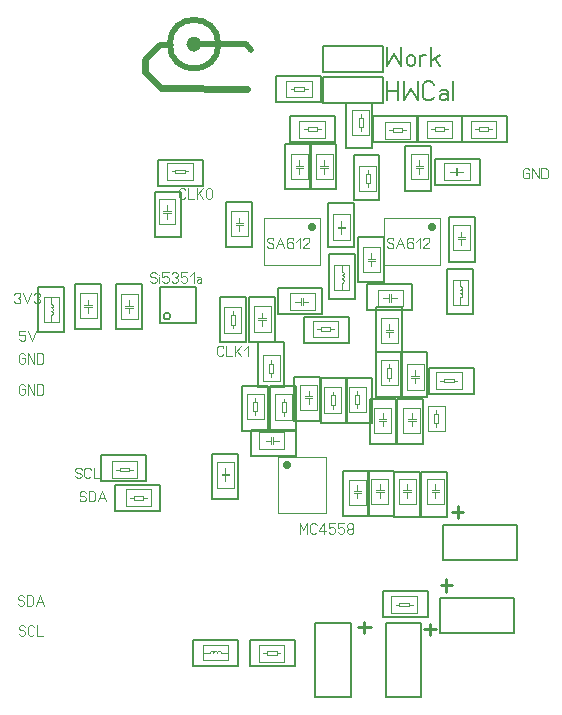
<source format=gbr>
%FSLAX34Y34*%
%MOMM*%
%LNCOPPER_BOTTOM*%
G71*
G01*
%ADD10C, 0.15*%
%ADD11C, 0.13*%
%ADD12C, 0.11*%
%ADD13C, 0.00*%
%ADD14C, 0.10*%
%ADD15C, 0.70*%
%ADD16C, 0.50*%
%ADD17C, 0.60*%
%ADD18C, 0.20*%
%ADD19C, 0.22*%
%LPD*%
G54D10*
X161281Y-243881D02*
X191281Y-243881D01*
X191281Y-273881D01*
X161281Y-273881D01*
X161281Y-243881D01*
G54D11*
G75*
G01X169731Y-268381D02*
G03X169731Y-268381I-2950J0D01*
G01*
G54D12*
X89123Y-403893D02*
X89790Y-405004D01*
X91123Y-405560D01*
X92456Y-405560D01*
X93790Y-405004D01*
X94456Y-403893D01*
X94456Y-402782D01*
X93790Y-401671D01*
X92456Y-401115D01*
X91123Y-401115D01*
X89790Y-400560D01*
X89123Y-399449D01*
X89123Y-398338D01*
X89790Y-397226D01*
X91123Y-396671D01*
X92456Y-396671D01*
X93790Y-397226D01*
X94456Y-398338D01*
G54D12*
X102233Y-403893D02*
X101567Y-405004D01*
X100233Y-405560D01*
X98900Y-405560D01*
X97567Y-405004D01*
X96900Y-403893D01*
X96900Y-398338D01*
X97567Y-397226D01*
X98900Y-396671D01*
X100233Y-396671D01*
X101567Y-397226D01*
X102233Y-398338D01*
G54D12*
X104677Y-396671D02*
X104677Y-405560D01*
X109344Y-405560D01*
G54D12*
X92869Y-423658D02*
X93535Y-424769D01*
X94869Y-425325D01*
X96202Y-425325D01*
X97535Y-424769D01*
X98202Y-423658D01*
X98202Y-422547D01*
X97535Y-421436D01*
X96202Y-420881D01*
X94869Y-420881D01*
X93535Y-420325D01*
X92869Y-419214D01*
X92869Y-418103D01*
X93535Y-416992D01*
X94869Y-416436D01*
X96202Y-416436D01*
X97535Y-416992D01*
X98202Y-418103D01*
G54D12*
X100646Y-425325D02*
X100646Y-416436D01*
X103979Y-416436D01*
X105312Y-416992D01*
X105979Y-418103D01*
X105979Y-423658D01*
X105312Y-424769D01*
X103979Y-425325D01*
X100646Y-425325D01*
G54D12*
X108423Y-425325D02*
X111756Y-416436D01*
X115089Y-425325D01*
G54D12*
X109756Y-421992D02*
X113756Y-421992D01*
G54D12*
X182340Y-167277D02*
X181673Y-168388D01*
X180340Y-168944D01*
X179006Y-168944D01*
X177673Y-168388D01*
X177006Y-167277D01*
X177006Y-161722D01*
X177673Y-160610D01*
X179006Y-160055D01*
X180340Y-160055D01*
X181673Y-160610D01*
X182340Y-161722D01*
G54D12*
X184783Y-160055D02*
X184783Y-168944D01*
X189450Y-168944D01*
G54D12*
X191894Y-168944D02*
X191894Y-160055D01*
G54D12*
X191894Y-166166D02*
X197228Y-160055D01*
G54D12*
X193894Y-164499D02*
X197228Y-168944D01*
G54D12*
X205005Y-161722D02*
X205005Y-167277D01*
X204338Y-168388D01*
X203005Y-168944D01*
X201671Y-168944D01*
X200338Y-168388D01*
X199671Y-167277D01*
X199671Y-161722D01*
X200338Y-160610D01*
X201671Y-160055D01*
X203005Y-160055D01*
X204338Y-160610D01*
X205005Y-161722D01*
G54D12*
X214486Y-300627D02*
X213820Y-301738D01*
X212486Y-302294D01*
X211153Y-302294D01*
X209820Y-301738D01*
X209153Y-300627D01*
X209153Y-295072D01*
X209820Y-293960D01*
X211153Y-293405D01*
X212486Y-293405D01*
X213820Y-293960D01*
X214486Y-295072D01*
G54D12*
X216930Y-293405D02*
X216930Y-302294D01*
X221597Y-302294D01*
G54D12*
X224041Y-302294D02*
X224041Y-293405D01*
G54D12*
X224041Y-299516D02*
X229374Y-293405D01*
G54D12*
X226041Y-297849D02*
X229374Y-302294D01*
G54D12*
X231818Y-296738D02*
X235151Y-293405D01*
X235151Y-302294D01*
G54D13*
X120250Y-405538D02*
X120250Y-391238D01*
X141650Y-391238D01*
X141650Y-405538D01*
X120250Y-405538D01*
G54D13*
X123850Y-398338D02*
X127050Y-398338D01*
X127050Y-396738D01*
X134950Y-396738D01*
X134950Y-399938D01*
X127050Y-399938D01*
X127050Y-398338D01*
G54D13*
X134950Y-398338D02*
X138150Y-398338D01*
G54D13*
X132156Y-429350D02*
X132156Y-415050D01*
X153556Y-415050D01*
X153556Y-429350D01*
X132156Y-429350D01*
G54D13*
X135756Y-422150D02*
X138956Y-422150D01*
X138956Y-420550D01*
X146856Y-420550D01*
X146856Y-423750D01*
X138956Y-423750D01*
X138956Y-422150D01*
G54D13*
X146856Y-422150D02*
X150056Y-422150D01*
G54D12*
X152673Y-238270D02*
X153340Y-239381D01*
X154673Y-239937D01*
X156006Y-239937D01*
X157340Y-239381D01*
X158006Y-238270D01*
X158006Y-237159D01*
X157340Y-236048D01*
X156006Y-235492D01*
X154673Y-235492D01*
X153340Y-234937D01*
X152673Y-233826D01*
X152673Y-232715D01*
X153340Y-231604D01*
X154673Y-231048D01*
X156006Y-231048D01*
X157340Y-231604D01*
X158006Y-232715D01*
G54D12*
X160450Y-239937D02*
X160450Y-234937D01*
G54D12*
X160450Y-233270D02*
X160450Y-233270D01*
G54D12*
X168227Y-231048D02*
X162894Y-231048D01*
X162894Y-234937D01*
X163561Y-234937D01*
X164894Y-234381D01*
X166227Y-234381D01*
X167561Y-234937D01*
X168227Y-236048D01*
X168227Y-238270D01*
X167561Y-239381D01*
X166227Y-239937D01*
X164894Y-239937D01*
X163561Y-239381D01*
X162894Y-238270D01*
G54D12*
X170671Y-232715D02*
X171338Y-231604D01*
X172671Y-231048D01*
X174004Y-231048D01*
X175338Y-231604D01*
X176004Y-232715D01*
X176004Y-233826D01*
X175338Y-234937D01*
X174004Y-235492D01*
X175338Y-236048D01*
X176004Y-237159D01*
X176004Y-238270D01*
X175338Y-239381D01*
X174004Y-239937D01*
X172671Y-239937D01*
X171338Y-239381D01*
X170671Y-238270D01*
G54D12*
X183781Y-231048D02*
X178448Y-231048D01*
X178448Y-234937D01*
X179115Y-234937D01*
X180448Y-234381D01*
X181781Y-234381D01*
X183115Y-234937D01*
X183781Y-236048D01*
X183781Y-238270D01*
X183115Y-239381D01*
X181781Y-239937D01*
X180448Y-239937D01*
X179115Y-239381D01*
X178448Y-238270D01*
G54D12*
X186225Y-234381D02*
X189558Y-231048D01*
X189558Y-239937D01*
G54D12*
X192002Y-235492D02*
X193335Y-234937D01*
X194935Y-234937D01*
X196002Y-236048D01*
X196002Y-239937D01*
G54D12*
X196002Y-238270D02*
X195335Y-237159D01*
X194002Y-236937D01*
X192669Y-237159D01*
X192002Y-238270D01*
X192269Y-239381D01*
X193335Y-239937D01*
X194002Y-239937D01*
X194269Y-239937D01*
X195335Y-239381D01*
X196002Y-238270D01*
G54D14*
X296035Y-185527D02*
X296035Y-225527D01*
X248535Y-225527D01*
X248535Y-185527D01*
X296035Y-185527D01*
X289435Y-193227D02*
G54D15*
D03*
G54D14*
X397635Y-185527D02*
X397635Y-225527D01*
X350135Y-225527D01*
X350135Y-185527D01*
X397635Y-185527D01*
X391035Y-193227D02*
G54D15*
D03*
G54D12*
X251619Y-209346D02*
X252285Y-210457D01*
X253619Y-211012D01*
X254952Y-211012D01*
X256285Y-210457D01*
X256952Y-209346D01*
X256952Y-208235D01*
X256285Y-207124D01*
X254952Y-206568D01*
X253619Y-206568D01*
X252285Y-206012D01*
X251619Y-204901D01*
X251619Y-203790D01*
X252285Y-202679D01*
X253619Y-202124D01*
X254952Y-202124D01*
X256285Y-202679D01*
X256952Y-203790D01*
G54D12*
X259396Y-211012D02*
X262729Y-202124D01*
X266062Y-211012D01*
G54D12*
X260729Y-207679D02*
X264729Y-207679D01*
G54D12*
X273840Y-203790D02*
X273173Y-202679D01*
X271840Y-202124D01*
X270507Y-202124D01*
X269173Y-202679D01*
X268507Y-203790D01*
X268507Y-206568D01*
X268507Y-207124D01*
X270507Y-206012D01*
X271840Y-206012D01*
X273173Y-206568D01*
X273840Y-207679D01*
X273840Y-209346D01*
X273173Y-210457D01*
X271840Y-211012D01*
X270507Y-211012D01*
X269173Y-210457D01*
X268507Y-209346D01*
X268507Y-206568D01*
G54D12*
X276284Y-205457D02*
X279617Y-202124D01*
X279617Y-211012D01*
G54D12*
X287394Y-211012D02*
X282061Y-211012D01*
X282061Y-210457D01*
X282727Y-209346D01*
X286727Y-206012D01*
X287394Y-204901D01*
X287394Y-203790D01*
X286727Y-202679D01*
X285394Y-202124D01*
X284061Y-202124D01*
X282727Y-202679D01*
X282061Y-203790D01*
G54D12*
X353219Y-209346D02*
X353885Y-210457D01*
X355219Y-211012D01*
X356552Y-211012D01*
X357885Y-210457D01*
X358552Y-209346D01*
X358552Y-208235D01*
X357885Y-207124D01*
X356552Y-206568D01*
X355219Y-206568D01*
X353885Y-206012D01*
X353219Y-204901D01*
X353219Y-203790D01*
X353885Y-202679D01*
X355219Y-202124D01*
X356552Y-202124D01*
X357885Y-202679D01*
X358552Y-203790D01*
G54D12*
X360996Y-211012D02*
X364329Y-202124D01*
X367662Y-211012D01*
G54D12*
X362329Y-207679D02*
X366329Y-207679D01*
G54D12*
X375440Y-203790D02*
X374773Y-202679D01*
X373440Y-202124D01*
X372107Y-202124D01*
X370773Y-202679D01*
X370107Y-203790D01*
X370107Y-206568D01*
X370107Y-207124D01*
X372107Y-206012D01*
X373440Y-206012D01*
X374773Y-206568D01*
X375440Y-207679D01*
X375440Y-209346D01*
X374773Y-210457D01*
X373440Y-211012D01*
X372107Y-211012D01*
X370773Y-210457D01*
X370107Y-209346D01*
X370107Y-206568D01*
G54D12*
X377884Y-205457D02*
X381217Y-202124D01*
X381217Y-211012D01*
G54D12*
X388994Y-211012D02*
X383661Y-211012D01*
X383661Y-210457D01*
X384327Y-209346D01*
X388327Y-206012D01*
X388994Y-204901D01*
X388994Y-203790D01*
X388327Y-202679D01*
X386994Y-202124D01*
X385661Y-202124D01*
X384327Y-202679D01*
X383661Y-203790D01*
G54D13*
X215282Y-260884D02*
X229582Y-260884D01*
X229582Y-282284D01*
X215282Y-282284D01*
X215282Y-260884D01*
G54D13*
X222482Y-264484D02*
X222482Y-267684D01*
X224082Y-267684D01*
X224082Y-275584D01*
X220882Y-275584D01*
X220882Y-267684D01*
X222482Y-267684D01*
G54D13*
X222482Y-275584D02*
X222482Y-278784D01*
G54D13*
X290509Y-286475D02*
X290509Y-272175D01*
X311909Y-272175D01*
X311909Y-286475D01*
X290509Y-286475D01*
G54D13*
X294109Y-279275D02*
X297309Y-279275D01*
X297309Y-277675D01*
X305209Y-277675D01*
X305209Y-280875D01*
X297309Y-280875D01*
X297309Y-279275D01*
G54D13*
X305209Y-279275D02*
X308409Y-279275D01*
G54D13*
X271623Y-131071D02*
X285923Y-131071D01*
X285923Y-152471D01*
X271623Y-152471D01*
X271623Y-131071D01*
G54D13*
X278823Y-136571D02*
X278823Y-141371D01*
X281923Y-141371D01*
X275623Y-141371D01*
G54D13*
X281923Y-142971D02*
X275623Y-142971D01*
G54D13*
X278823Y-142971D02*
X278823Y-146971D01*
X278823Y-147771D01*
G54D13*
X292657Y-131071D02*
X306957Y-131071D01*
X306957Y-152471D01*
X292657Y-152471D01*
X292657Y-131071D01*
G54D13*
X299857Y-136571D02*
X299857Y-141371D01*
X302957Y-141371D01*
X296657Y-141371D01*
G54D13*
X302957Y-142971D02*
X296657Y-142971D01*
G54D13*
X299857Y-142971D02*
X299857Y-146971D01*
X299857Y-147771D01*
G54D13*
X373223Y-131071D02*
X387523Y-131071D01*
X387523Y-152471D01*
X373223Y-152471D01*
X373223Y-131071D01*
G54D13*
X380423Y-136571D02*
X380423Y-141371D01*
X383523Y-141371D01*
X377223Y-141371D01*
G54D13*
X383523Y-142971D02*
X377223Y-142971D01*
G54D13*
X380423Y-142971D02*
X380423Y-146971D01*
X380423Y-147771D01*
G54D13*
X423023Y-138789D02*
X423023Y-153089D01*
X401623Y-153089D01*
X401623Y-138789D01*
X423023Y-138789D01*
G54D13*
X417523Y-145989D02*
X412723Y-145989D01*
X412723Y-149089D01*
X412723Y-142789D01*
G54D13*
X411123Y-149089D02*
X411123Y-142789D01*
G54D13*
X411123Y-145989D02*
X407123Y-145989D01*
X406323Y-145989D01*
G54D13*
X307341Y-182268D02*
X321641Y-182268D01*
X321641Y-203668D01*
X307341Y-203668D01*
X307341Y-182268D01*
G54D13*
X314541Y-187768D02*
X314541Y-192568D01*
X317641Y-192568D01*
X311341Y-192568D01*
G54D13*
X317641Y-194168D02*
X311341Y-194168D01*
G54D13*
X314541Y-194168D02*
X314541Y-198168D01*
X314541Y-198968D01*
G54D13*
X408941Y-191396D02*
X423241Y-191396D01*
X423241Y-212796D01*
X408941Y-212796D01*
X408941Y-191396D01*
G54D13*
X416141Y-196896D02*
X416141Y-201696D01*
X419241Y-201696D01*
X412941Y-201696D01*
G54D13*
X419241Y-203296D02*
X412941Y-203296D01*
G54D13*
X416141Y-203296D02*
X416141Y-207296D01*
X416141Y-208096D01*
G54D13*
X321300Y-246318D02*
X321300Y-225218D01*
X308400Y-225218D01*
X308400Y-246318D01*
X321300Y-246318D01*
G54D13*
X314700Y-246318D02*
X314700Y-240018D01*
G54D13*
X314700Y-230518D02*
X314700Y-225118D01*
G54D13*
X314600Y-240018D02*
X315500Y-240018D01*
X315900Y-239618D01*
X315900Y-239518D01*
X316400Y-239018D01*
X316400Y-238618D01*
X316400Y-238118D01*
X316100Y-237818D01*
X316100Y-237518D01*
X315700Y-237118D01*
X315500Y-237118D01*
X315100Y-236718D01*
X314700Y-236718D01*
X314600Y-236618D01*
X315100Y-236618D01*
X315300Y-236418D01*
X315700Y-236418D01*
X316000Y-236118D01*
X316000Y-235918D01*
X316300Y-235618D01*
X316300Y-235318D01*
X316300Y-234818D01*
X315900Y-234418D01*
X315900Y-234318D01*
X315500Y-233918D01*
X315300Y-233918D01*
X315000Y-233618D01*
X314700Y-233618D01*
X315300Y-233618D01*
X315600Y-233318D01*
X315700Y-233318D01*
X315900Y-233118D01*
X316100Y-232918D01*
X316100Y-232818D01*
X316100Y-232618D01*
X316300Y-232418D01*
X316300Y-231918D01*
X316300Y-231818D01*
X315900Y-231418D01*
X315500Y-231018D01*
X315400Y-231018D01*
X315100Y-230718D01*
X314700Y-230718D01*
X314700Y-230418D01*
G54D13*
X421709Y-258621D02*
X421709Y-237521D01*
X408809Y-237521D01*
X408809Y-258621D01*
X421709Y-258621D01*
G54D13*
X415109Y-258621D02*
X415109Y-252321D01*
G54D13*
X415109Y-242821D02*
X415109Y-237421D01*
G54D13*
X415009Y-252321D02*
X415909Y-252321D01*
X416309Y-251921D01*
X416309Y-251821D01*
X416809Y-251321D01*
X416809Y-250921D01*
X416809Y-250421D01*
X416509Y-250121D01*
X416509Y-249821D01*
X416109Y-249421D01*
X415909Y-249421D01*
X415509Y-249021D01*
X415109Y-249021D01*
X415009Y-248921D01*
X415509Y-248921D01*
X415709Y-248721D01*
X416109Y-248721D01*
X416409Y-248421D01*
X416409Y-248221D01*
X416709Y-247921D01*
X416709Y-247621D01*
X416709Y-247121D01*
X416309Y-246721D01*
X416309Y-246621D01*
X415909Y-246221D01*
X415709Y-246221D01*
X415409Y-245921D01*
X415109Y-245921D01*
X415709Y-245921D01*
X416009Y-245621D01*
X416109Y-245621D01*
X416309Y-245421D01*
X416509Y-245221D01*
X416509Y-245121D01*
X416509Y-244921D01*
X416709Y-244721D01*
X416709Y-244221D01*
X416709Y-244121D01*
X416309Y-243721D01*
X415909Y-243321D01*
X415809Y-243321D01*
X415509Y-243021D01*
X415109Y-243021D01*
X415109Y-242721D01*
G54D13*
X279000Y-117406D02*
X279000Y-103106D01*
X300400Y-103106D01*
X300400Y-117406D01*
X279000Y-117406D01*
G54D13*
X282600Y-110206D02*
X285800Y-110206D01*
X285800Y-108606D01*
X293700Y-108606D01*
X293700Y-111806D01*
X285800Y-111806D01*
X285800Y-110206D01*
G54D13*
X293700Y-110206D02*
X296900Y-110206D01*
G54D13*
X386950Y-117406D02*
X386950Y-103106D01*
X408350Y-103106D01*
X408350Y-117406D01*
X386950Y-117406D01*
G54D13*
X390550Y-110206D02*
X393750Y-110206D01*
X393750Y-108606D01*
X401650Y-108606D01*
X401650Y-111806D01*
X393750Y-111806D01*
X393750Y-110206D01*
G54D13*
X401650Y-110206D02*
X404850Y-110206D01*
G54D13*
X220823Y-179490D02*
X235123Y-179490D01*
X235123Y-200890D01*
X220823Y-200890D01*
X220823Y-179490D01*
G54D13*
X228023Y-184990D02*
X228023Y-189790D01*
X231123Y-189790D01*
X224823Y-189790D01*
G54D13*
X231123Y-191390D02*
X224823Y-191390D01*
G54D13*
X228023Y-191390D02*
X228023Y-195390D01*
X228023Y-196190D01*
G54D13*
X332741Y-209652D02*
X347041Y-209652D01*
X347041Y-231052D01*
X332741Y-231052D01*
X332741Y-209652D01*
G54D13*
X339941Y-215152D02*
X339941Y-219952D01*
X343041Y-219952D01*
X336741Y-219952D01*
G54D13*
X343041Y-221552D02*
X336741Y-221552D01*
G54D13*
X339941Y-221552D02*
X339941Y-225552D01*
X339941Y-226352D01*
G54D13*
X240270Y-260055D02*
X254570Y-260055D01*
X254570Y-281455D01*
X240270Y-281455D01*
X240270Y-260055D01*
G54D13*
X247470Y-265555D02*
X247470Y-270355D01*
X250570Y-270355D01*
X244270Y-270355D01*
G54D13*
X250570Y-271955D02*
X244270Y-271955D01*
G54D13*
X247470Y-271955D02*
X247470Y-275955D01*
X247470Y-276755D01*
G54D13*
X347823Y-269580D02*
X362123Y-269580D01*
X362123Y-290980D01*
X347823Y-290980D01*
X347823Y-269580D01*
G54D13*
X355023Y-275080D02*
X355023Y-279880D01*
X358123Y-279880D01*
X351823Y-279880D01*
G54D13*
X358123Y-281480D02*
X351823Y-281480D01*
G54D13*
X355023Y-281480D02*
X355023Y-285480D01*
X355023Y-286280D01*
G54D13*
X292089Y-249107D02*
X292089Y-263407D01*
X270689Y-263407D01*
X270689Y-249107D01*
X292089Y-249107D01*
G54D13*
X286589Y-256306D02*
X281789Y-256307D01*
X281789Y-259407D01*
X281789Y-253107D01*
G54D13*
X280189Y-259407D02*
X280189Y-253107D01*
G54D13*
X280189Y-256307D02*
X276189Y-256307D01*
X275389Y-256307D01*
G54D13*
X366702Y-245932D02*
X366702Y-260232D01*
X345302Y-260232D01*
X345302Y-245932D01*
X366702Y-245932D01*
G54D13*
X361202Y-253132D02*
X356402Y-253132D01*
X356402Y-256232D01*
X356402Y-249932D01*
G54D13*
X354802Y-256232D02*
X354802Y-249932D01*
G54D13*
X354802Y-253132D02*
X350802Y-253132D01*
X350002Y-253132D01*
G54D13*
X167081Y-153125D02*
X167081Y-138825D01*
X188481Y-138825D01*
X188481Y-153125D01*
X167081Y-153125D01*
G54D13*
X170681Y-145925D02*
X173881Y-145925D01*
X173881Y-144325D01*
X181781Y-144325D01*
X181781Y-147525D01*
X173881Y-147525D01*
X173881Y-145925D01*
G54D13*
X181781Y-145925D02*
X184981Y-145925D01*
G54D13*
X159704Y-169171D02*
X174004Y-169171D01*
X174004Y-190571D01*
X159704Y-190571D01*
X159704Y-169171D01*
G54D13*
X166904Y-174671D02*
X166904Y-179471D01*
X170004Y-179471D01*
X163704Y-179471D01*
G54D13*
X170004Y-181071D02*
X163704Y-181071D01*
G54D13*
X166904Y-181071D02*
X166904Y-185071D01*
X166904Y-185871D01*
G54D13*
X323670Y-93764D02*
X337970Y-93764D01*
X337970Y-115164D01*
X323670Y-115164D01*
X323670Y-93764D01*
G54D13*
X330870Y-97364D02*
X330870Y-100564D01*
X332470Y-100564D01*
X332470Y-108464D01*
X329270Y-108464D01*
X329270Y-100564D01*
X330870Y-100564D01*
G54D13*
X330870Y-108464D02*
X330870Y-111664D01*
G54D13*
X351231Y-118200D02*
X351231Y-103900D01*
X372631Y-103900D01*
X372631Y-118200D01*
X351231Y-118200D01*
G54D13*
X354831Y-111000D02*
X358031Y-111000D01*
X358031Y-109400D01*
X365931Y-109400D01*
X365931Y-112600D01*
X358031Y-112600D01*
X358031Y-111000D01*
G54D13*
X365931Y-111000D02*
X369131Y-111000D01*
G54D13*
X424256Y-117406D02*
X424256Y-103106D01*
X445656Y-103106D01*
X445656Y-117406D01*
X424256Y-117406D01*
G54D13*
X427856Y-110206D02*
X431056Y-110206D01*
X431056Y-108606D01*
X438956Y-108606D01*
X438956Y-111806D01*
X431056Y-111806D01*
X431056Y-110206D01*
G54D13*
X438956Y-110206D02*
X442156Y-110206D01*
G54D13*
X329566Y-141390D02*
X343866Y-141390D01*
X343866Y-162790D01*
X329566Y-162790D01*
X329566Y-141390D01*
G54D13*
X336766Y-144990D02*
X336766Y-148190D01*
X338366Y-148190D01*
X338366Y-156090D01*
X335166Y-156090D01*
X335166Y-148190D01*
X336766Y-148190D01*
G54D13*
X336766Y-156090D02*
X336766Y-159290D01*
G54D14*
X261087Y-387981D02*
X301088Y-387981D01*
X301087Y-435481D01*
X261087Y-435481D01*
X261087Y-387981D01*
X268787Y-394581D02*
G54D15*
D03*
G54D13*
X247811Y-301728D02*
X262111Y-301728D01*
X262111Y-323128D01*
X247811Y-323128D01*
X247811Y-301728D01*
G54D13*
X255011Y-305328D02*
X255011Y-308528D01*
X256611Y-308528D01*
X256611Y-316428D01*
X253411Y-316428D01*
X253411Y-308528D01*
X255011Y-308528D01*
G54D13*
X255011Y-316428D02*
X255011Y-319628D01*
G54D13*
X347823Y-305696D02*
X362123Y-305696D01*
X362123Y-327096D01*
X347823Y-327096D01*
X347823Y-305696D01*
G54D13*
X355023Y-309296D02*
X355023Y-312496D01*
X356623Y-312496D01*
X356623Y-320396D01*
X353423Y-320396D01*
X353423Y-312496D01*
X355023Y-312496D01*
G54D13*
X355023Y-320396D02*
X355023Y-323596D01*
G54D13*
X416277Y-315796D02*
X416277Y-330096D01*
X394877Y-330096D01*
X394877Y-315796D01*
X416277Y-315796D01*
G54D13*
X412677Y-322996D02*
X409477Y-322996D01*
X409477Y-324596D01*
X401577Y-324596D01*
X401577Y-321396D01*
X409477Y-321396D01*
X409477Y-322996D01*
G54D13*
X401577Y-322996D02*
X398377Y-322996D01*
G54D13*
X387511Y-344590D02*
X401811Y-344590D01*
X401811Y-365990D01*
X387511Y-365990D01*
X387511Y-344590D01*
G54D13*
X394711Y-348190D02*
X394711Y-351390D01*
X396311Y-351390D01*
X396311Y-359290D01*
X393111Y-359290D01*
X393111Y-351390D01*
X394711Y-351390D01*
G54D13*
X394711Y-359290D02*
X394711Y-362490D01*
G54D13*
X381222Y-367204D02*
X366922Y-367204D01*
X366922Y-345804D01*
X381222Y-345804D01*
X381222Y-367204D01*
G54D13*
X374022Y-361704D02*
X374022Y-356904D01*
X370922Y-356904D01*
X377222Y-356904D01*
G54D13*
X370922Y-355304D02*
X377222Y-355304D01*
G54D13*
X374022Y-355304D02*
X374022Y-351304D01*
X374022Y-350504D01*
G54D13*
X356616Y-367204D02*
X342316Y-367204D01*
X342316Y-345804D01*
X356616Y-345804D01*
X356616Y-367204D01*
G54D13*
X349416Y-361704D02*
X349416Y-356904D01*
X346316Y-356904D01*
X352616Y-356904D01*
G54D13*
X346316Y-355304D02*
X352616Y-355304D01*
G54D13*
X349416Y-355304D02*
X349416Y-351304D01*
X349416Y-350504D01*
G54D13*
X377254Y-427529D02*
X362954Y-427529D01*
X362954Y-406129D01*
X377254Y-406129D01*
X377254Y-427529D01*
G54D13*
X370054Y-422029D02*
X370054Y-417229D01*
X366954Y-417229D01*
X373254Y-417229D01*
G54D13*
X366954Y-415629D02*
X373254Y-415629D01*
G54D13*
X370054Y-415629D02*
X370054Y-411629D01*
X370054Y-410829D01*
G54D13*
X401066Y-427529D02*
X386766Y-427529D01*
X386766Y-406129D01*
X401066Y-406129D01*
X401066Y-427529D01*
G54D13*
X393866Y-422029D02*
X393866Y-417229D01*
X390766Y-417229D01*
X397066Y-417229D01*
G54D13*
X390766Y-415629D02*
X397066Y-415629D01*
G54D13*
X393866Y-415629D02*
X393866Y-411629D01*
X393866Y-410829D01*
G54D13*
X223266Y-413638D02*
X208966Y-413638D01*
X208966Y-392238D01*
X223266Y-392238D01*
X223266Y-413638D01*
G54D13*
X216066Y-408138D02*
X216066Y-403338D01*
X212966Y-403338D01*
X219266Y-403338D01*
G54D13*
X212966Y-401738D02*
X219266Y-401738D01*
G54D13*
X216066Y-401738D02*
X216066Y-397738D01*
X216066Y-396938D01*
G54D13*
X354235Y-427529D02*
X339935Y-427529D01*
X339935Y-406129D01*
X354235Y-406129D01*
X354235Y-427529D01*
G54D13*
X347035Y-422029D02*
X347035Y-417229D01*
X343935Y-417229D01*
X350235Y-417229D01*
G54D13*
X343935Y-415629D02*
X350235Y-415629D01*
G54D13*
X347035Y-415629D02*
X347035Y-411629D01*
X347035Y-410829D01*
G54D12*
X279003Y-452710D02*
X279003Y-443821D01*
X282336Y-449376D01*
X285670Y-443821D01*
X285670Y-452710D01*
G54D12*
X293447Y-451043D02*
X292781Y-452154D01*
X291447Y-452710D01*
X290114Y-452710D01*
X288781Y-452154D01*
X288114Y-451043D01*
X288114Y-445487D01*
X288781Y-444376D01*
X290114Y-443821D01*
X291447Y-443821D01*
X292781Y-444376D01*
X293447Y-445487D01*
G54D12*
X299891Y-452710D02*
X299891Y-443821D01*
X295891Y-449376D01*
X295891Y-450487D01*
X301224Y-450487D01*
G54D12*
X309001Y-443821D02*
X303668Y-443821D01*
X303668Y-447710D01*
X304335Y-447710D01*
X305668Y-447154D01*
X307001Y-447154D01*
X308335Y-447710D01*
X309001Y-448821D01*
X309001Y-451043D01*
X308335Y-452154D01*
X307001Y-452710D01*
X305668Y-452710D01*
X304335Y-452154D01*
X303668Y-451043D01*
G54D12*
X316778Y-443821D02*
X311445Y-443821D01*
X311445Y-447710D01*
X312112Y-447710D01*
X313445Y-447154D01*
X314778Y-447154D01*
X316112Y-447710D01*
X316778Y-448821D01*
X316778Y-451043D01*
X316112Y-452154D01*
X314778Y-452710D01*
X313445Y-452710D01*
X312112Y-452154D01*
X311445Y-451043D01*
G54D12*
X322555Y-448265D02*
X321222Y-448265D01*
X319889Y-447710D01*
X319222Y-446598D01*
X319222Y-445487D01*
X319889Y-444376D01*
X321222Y-443821D01*
X322555Y-443821D01*
X323889Y-444376D01*
X324555Y-445487D01*
X324555Y-446598D01*
X323889Y-447710D01*
X322555Y-448265D01*
X323889Y-448821D01*
X324555Y-449932D01*
X324555Y-451043D01*
X323889Y-452154D01*
X322555Y-452710D01*
X321222Y-452710D01*
X319889Y-452154D01*
X319222Y-451043D01*
X319222Y-449932D01*
X319889Y-448821D01*
X321222Y-448265D01*
G54D12*
X41275Y-537165D02*
X41942Y-538276D01*
X43275Y-538831D01*
X44608Y-538831D01*
X45942Y-538276D01*
X46608Y-537165D01*
X46608Y-536054D01*
X45942Y-534942D01*
X44608Y-534387D01*
X43275Y-534387D01*
X41942Y-533831D01*
X41275Y-532720D01*
X41275Y-531609D01*
X41942Y-530498D01*
X43275Y-529942D01*
X44608Y-529942D01*
X45942Y-530498D01*
X46608Y-531609D01*
G54D12*
X54385Y-537165D02*
X53719Y-538276D01*
X52385Y-538831D01*
X51052Y-538831D01*
X49719Y-538276D01*
X49052Y-537165D01*
X49052Y-531609D01*
X49719Y-530498D01*
X51052Y-529942D01*
X52385Y-529942D01*
X53719Y-530498D01*
X54385Y-531609D01*
G54D12*
X56829Y-529942D02*
X56829Y-538831D01*
X61496Y-538831D01*
G54D12*
X40481Y-511764D02*
X41148Y-512876D01*
X42481Y-513431D01*
X43815Y-513431D01*
X45148Y-512876D01*
X45815Y-511764D01*
X45815Y-510654D01*
X45148Y-509542D01*
X43815Y-508987D01*
X42481Y-508987D01*
X41148Y-508431D01*
X40481Y-507320D01*
X40481Y-506209D01*
X41148Y-505098D01*
X42481Y-504542D01*
X43815Y-504542D01*
X45148Y-505098D01*
X45815Y-506209D01*
G54D12*
X48258Y-513431D02*
X48258Y-504542D01*
X51592Y-504542D01*
X52925Y-505098D01*
X53592Y-506209D01*
X53592Y-511764D01*
X52925Y-512876D01*
X51592Y-513431D01*
X48258Y-513431D01*
G54D12*
X56035Y-513431D02*
X59369Y-504542D01*
X62702Y-513431D01*
G54D12*
X57369Y-510098D02*
X61369Y-510098D01*
G54D12*
X470979Y-147434D02*
X473646Y-147434D01*
X473646Y-150211D01*
X472979Y-151323D01*
X471646Y-151878D01*
X470312Y-151878D01*
X468979Y-151323D01*
X468312Y-150211D01*
X468312Y-144656D01*
X468979Y-143545D01*
X470312Y-142989D01*
X471646Y-142989D01*
X472979Y-143545D01*
X473646Y-144656D01*
G54D12*
X476090Y-151878D02*
X476090Y-142989D01*
X481423Y-151878D01*
X481423Y-142989D01*
G54D12*
X483866Y-151878D02*
X483866Y-142989D01*
X487200Y-142989D01*
X488533Y-143545D01*
X489200Y-144656D01*
X489200Y-150211D01*
X488533Y-151323D01*
X487200Y-151878D01*
X483866Y-151878D01*
G54D12*
X43942Y-330393D02*
X46608Y-330393D01*
X46608Y-333171D01*
X45942Y-334282D01*
X44608Y-334838D01*
X43275Y-334838D01*
X41942Y-334282D01*
X41275Y-333171D01*
X41275Y-327615D01*
X41942Y-326504D01*
X43275Y-325949D01*
X44608Y-325949D01*
X45942Y-326504D01*
X46608Y-327615D01*
G54D12*
X49052Y-334838D02*
X49052Y-325949D01*
X54385Y-334838D01*
X54385Y-325949D01*
G54D12*
X56829Y-334838D02*
X56829Y-325949D01*
X60162Y-325949D01*
X61496Y-326504D01*
X62162Y-327615D01*
X62162Y-333171D01*
X61496Y-334282D01*
X60162Y-334838D01*
X56829Y-334838D01*
G54D12*
X43942Y-304199D02*
X46608Y-304199D01*
X46608Y-306977D01*
X45942Y-308088D01*
X44608Y-308644D01*
X43275Y-308644D01*
X41942Y-308088D01*
X41275Y-306977D01*
X41275Y-301422D01*
X41942Y-300310D01*
X43275Y-299755D01*
X44608Y-299755D01*
X45942Y-300310D01*
X46608Y-301422D01*
G54D12*
X49052Y-308644D02*
X49052Y-299755D01*
X54385Y-308644D01*
X54385Y-299755D01*
G54D12*
X56829Y-308644D02*
X56829Y-299755D01*
X60162Y-299755D01*
X61496Y-300310D01*
X62162Y-301422D01*
X62162Y-306977D01*
X61496Y-308088D01*
X60162Y-308644D01*
X56829Y-308644D01*
G54D12*
X47005Y-280705D02*
X41672Y-280705D01*
X41672Y-284594D01*
X42339Y-284594D01*
X43672Y-284038D01*
X45005Y-284038D01*
X46339Y-284594D01*
X47005Y-285705D01*
X47005Y-287927D01*
X46339Y-289038D01*
X45005Y-289594D01*
X43672Y-289594D01*
X42339Y-289038D01*
X41672Y-287927D01*
G54D12*
X49449Y-280705D02*
X52782Y-289594D01*
X56116Y-280705D01*
G54D12*
X37306Y-250225D02*
X37973Y-249114D01*
X39306Y-248558D01*
X40640Y-248558D01*
X41973Y-249114D01*
X42640Y-250225D01*
X42640Y-251336D01*
X41973Y-252447D01*
X40640Y-253002D01*
X41973Y-253558D01*
X42640Y-254669D01*
X42640Y-255780D01*
X41973Y-256891D01*
X40640Y-257447D01*
X39306Y-257447D01*
X37973Y-256891D01*
X37306Y-255780D01*
G54D12*
X45083Y-248558D02*
X48417Y-257447D01*
X51750Y-248558D01*
G54D12*
X54194Y-250225D02*
X54861Y-249114D01*
X56194Y-248558D01*
X57528Y-248558D01*
X58861Y-249114D01*
X59528Y-250225D01*
X59528Y-251336D01*
X58861Y-252447D01*
X57528Y-253002D01*
X58861Y-253558D01*
X59528Y-254669D01*
X59528Y-255780D01*
X58861Y-256891D01*
X57528Y-257447D01*
X56194Y-257447D01*
X54861Y-256891D01*
X54194Y-255780D01*
G54D13*
X75237Y-273703D02*
X75237Y-252603D01*
X62337Y-252603D01*
X62337Y-273703D01*
X75237Y-273703D01*
G54D13*
X68637Y-273703D02*
X68637Y-267403D01*
G54D13*
X68637Y-257903D02*
X68637Y-252503D01*
G54D13*
X68537Y-267403D02*
X69437Y-267403D01*
X69837Y-267003D01*
X69837Y-266903D01*
X70337Y-266403D01*
X70337Y-266003D01*
X70337Y-265503D01*
X70037Y-265203D01*
X70037Y-264903D01*
X69637Y-264503D01*
X69437Y-264503D01*
X69037Y-264103D01*
X68637Y-264103D01*
X68537Y-264003D01*
X69037Y-264003D01*
X69237Y-263803D01*
X69637Y-263803D01*
X69937Y-263503D01*
X69937Y-263303D01*
X70237Y-263003D01*
X70237Y-262703D01*
X70237Y-262203D01*
X69837Y-261803D01*
X69837Y-261703D01*
X69437Y-261303D01*
X69237Y-261303D01*
X68937Y-261003D01*
X68637Y-261003D01*
X69237Y-261003D01*
X69537Y-260703D01*
X69637Y-260703D01*
X69837Y-260503D01*
X70037Y-260303D01*
X70037Y-260203D01*
X70037Y-260003D01*
X70237Y-259803D01*
X70237Y-259303D01*
X70237Y-259203D01*
X69837Y-258803D01*
X69437Y-258403D01*
X69337Y-258403D01*
X69037Y-258103D01*
X68637Y-258103D01*
X68637Y-257803D01*
G54D16*
G75*
G01X210344Y-38100D02*
G03X210344Y-38100I-20638J0D01*
G01*
G54D16*
G75*
G01X193675Y-38100D02*
G03X193675Y-38100I-3969J0D01*
G01*
G54D16*
X189706Y-38100D02*
X233362Y-38100D01*
X238125Y-42862D01*
G54D16*
X169862Y-38894D02*
X161131Y-38894D01*
X148431Y-51594D01*
G54D13*
X244890Y-380982D02*
X244890Y-366682D01*
X266290Y-366682D01*
X266290Y-380982D01*
X244890Y-380982D01*
G54D13*
X250390Y-373782D02*
X255190Y-373782D01*
X255190Y-370682D01*
X255190Y-376982D01*
G54D13*
X256790Y-370682D02*
X256790Y-376982D01*
G54D13*
X256790Y-373782D02*
X260790Y-373782D01*
X261590Y-373782D01*
G54D13*
X234266Y-334292D02*
X248566Y-334292D01*
X248566Y-355692D01*
X234266Y-355692D01*
X234266Y-334292D01*
G54D13*
X241466Y-337892D02*
X241466Y-341092D01*
X243066Y-341092D01*
X243066Y-348992D01*
X239866Y-348992D01*
X239866Y-341092D01*
X241466Y-341092D01*
G54D13*
X241466Y-348992D02*
X241466Y-352192D01*
G54D13*
X258537Y-334688D02*
X272837Y-334688D01*
X272837Y-356088D01*
X258537Y-356088D01*
X258537Y-334688D01*
G54D13*
X265737Y-338288D02*
X265737Y-341488D01*
X267337Y-341488D01*
X267337Y-349388D01*
X264137Y-349388D01*
X264137Y-341488D01*
X265737Y-341488D01*
G54D13*
X265737Y-349388D02*
X265737Y-352588D01*
G54D13*
X293961Y-348134D02*
X279661Y-348134D01*
X279661Y-326734D01*
X293961Y-326734D01*
X293961Y-348134D01*
G54D13*
X286761Y-342634D02*
X286761Y-337834D01*
X283661Y-337834D01*
X289961Y-337834D01*
G54D13*
X283661Y-336234D02*
X289961Y-336234D01*
G54D13*
X286761Y-336234D02*
X286761Y-332234D01*
X286761Y-331434D01*
G54D13*
X335236Y-428302D02*
X320936Y-428302D01*
X320936Y-406902D01*
X335236Y-406902D01*
X335236Y-428302D01*
G54D13*
X328036Y-422802D02*
X328036Y-418002D01*
X324936Y-418002D01*
X331236Y-418002D01*
G54D13*
X324936Y-416402D02*
X331236Y-416403D01*
G54D13*
X328036Y-416402D02*
X328036Y-412402D01*
X328036Y-411602D01*
G54D13*
X300148Y-328735D02*
X314448Y-328735D01*
X314448Y-350135D01*
X300148Y-350135D01*
X300148Y-328735D01*
G54D13*
X307348Y-332335D02*
X307348Y-335535D01*
X308948Y-335535D01*
X308948Y-343435D01*
X305748Y-343435D01*
X305748Y-335535D01*
X307348Y-335535D01*
G54D13*
X307348Y-343435D02*
X307348Y-346635D01*
G54D13*
X320785Y-328338D02*
X335085Y-328338D01*
X335085Y-349738D01*
X320785Y-349738D01*
X320785Y-328338D01*
G54D13*
X327985Y-331938D02*
X327985Y-335138D01*
X329585Y-335138D01*
X329585Y-343038D01*
X326385Y-343038D01*
X326385Y-335138D01*
X327985Y-335138D01*
G54D13*
X327985Y-343038D02*
X327985Y-346238D01*
G54D13*
X384051Y-330671D02*
X369751Y-330671D01*
X369751Y-309271D01*
X384051Y-309271D01*
X384051Y-330671D01*
G54D13*
X376851Y-325171D02*
X376851Y-320371D01*
X373751Y-320371D01*
X380051Y-320371D01*
G54D13*
X373751Y-318771D02*
X380051Y-318771D01*
G54D13*
X376851Y-318771D02*
X376851Y-314771D01*
X376851Y-313971D01*
G54D13*
X127661Y-249452D02*
X141961Y-249452D01*
X141961Y-270852D01*
X127661Y-270852D01*
X127661Y-249452D01*
G54D13*
X134861Y-254952D02*
X134861Y-259752D01*
X137961Y-259752D01*
X131661Y-259752D01*
G54D13*
X137961Y-261352D02*
X131661Y-261352D01*
G54D13*
X134861Y-261352D02*
X134861Y-265352D01*
X134861Y-266152D01*
G54D13*
X92955Y-248980D02*
X107255Y-248980D01*
X107255Y-270380D01*
X92955Y-270380D01*
X92955Y-248980D01*
G54D13*
X100155Y-254480D02*
X100155Y-259280D01*
X103255Y-259280D01*
X96955Y-259280D01*
G54D13*
X103255Y-260880D02*
X96955Y-260880D01*
G54D13*
X100155Y-260880D02*
X100155Y-264880D01*
X100155Y-265680D01*
G54D13*
X267888Y-83275D02*
X267888Y-68975D01*
X289288Y-68975D01*
X289288Y-83275D01*
X267888Y-83275D01*
G54D13*
X271488Y-76075D02*
X274688Y-76075D01*
X274688Y-74475D01*
X282588Y-74475D01*
X282588Y-77675D01*
X274688Y-77675D01*
X274688Y-76075D01*
G54D13*
X282588Y-76075D02*
X285788Y-76075D01*
G54D17*
X148431Y-51594D02*
X148431Y-61912D01*
X161925Y-75406D01*
X234950Y-76200D01*
G54D18*
X298847Y-39688D02*
X349647Y-39688D01*
X349647Y-61912D01*
X298847Y-61912D01*
X298847Y-39688D01*
G54D18*
X298847Y-65881D02*
X349647Y-65881D01*
X349647Y-88106D01*
X298847Y-88106D01*
X298847Y-65881D01*
G54D18*
X353219Y-40356D02*
X353219Y-56356D01*
X359219Y-46356D01*
X365219Y-56356D01*
X365219Y-40356D01*
G54D18*
X376819Y-53956D02*
X376819Y-49956D01*
X375619Y-47956D01*
X373219Y-47356D01*
X370819Y-47956D01*
X369619Y-49956D01*
X369619Y-53956D01*
X370819Y-55956D01*
X373219Y-56356D01*
X375619Y-55956D01*
X376819Y-53956D01*
G54D18*
X381219Y-56356D02*
X381219Y-47356D01*
G54D18*
X381219Y-49356D02*
X383619Y-47356D01*
X386019Y-47356D01*
G54D18*
X390419Y-56356D02*
X390419Y-40356D01*
G54D18*
X394019Y-50356D02*
X397619Y-56356D01*
G54D18*
X390419Y-52356D02*
X397619Y-47356D01*
G54D18*
X353219Y-85725D02*
X353219Y-69725D01*
G54D18*
X362819Y-85725D02*
X362819Y-69725D01*
G54D18*
X353219Y-77725D02*
X362819Y-77725D01*
G54D18*
X367219Y-69725D02*
X367219Y-85725D01*
X373219Y-75725D01*
X379219Y-85725D01*
X379219Y-69725D01*
G54D18*
X393219Y-82725D02*
X392019Y-84725D01*
X389619Y-85725D01*
X387219Y-85725D01*
X384819Y-84725D01*
X383619Y-82725D01*
X383619Y-72725D01*
X384819Y-70725D01*
X387219Y-69725D01*
X389619Y-69725D01*
X392019Y-70725D01*
X393219Y-72725D01*
G54D18*
X397619Y-77725D02*
X400019Y-76725D01*
X402899Y-76725D01*
X404819Y-78725D01*
X404819Y-85725D01*
G54D18*
X404819Y-82725D02*
X403619Y-80725D01*
X401219Y-80325D01*
X398819Y-80725D01*
X397619Y-82725D01*
X398099Y-84725D01*
X400019Y-85725D01*
X401219Y-85725D01*
X401699Y-85725D01*
X403619Y-84725D01*
X404819Y-82725D01*
G54D18*
X409219Y-85725D02*
X409219Y-69725D01*
G54D13*
X218640Y-546916D02*
X197540Y-546916D01*
X197540Y-559816D01*
X218640Y-559816D01*
X218640Y-546916D01*
G54D13*
X218640Y-553516D02*
X212340Y-553516D01*
G54D13*
X202840Y-553516D02*
X197440Y-553516D01*
G54D13*
X212340Y-553616D02*
X212340Y-552716D01*
X211940Y-552316D01*
X211840Y-552316D01*
X211340Y-551816D01*
X210940Y-551816D01*
X210440Y-551816D01*
X210140Y-552116D01*
X209840Y-552116D01*
X209440Y-552516D01*
X209440Y-552716D01*
X209040Y-553116D01*
X209040Y-553516D01*
X208940Y-553616D01*
X208940Y-553116D01*
X208740Y-552916D01*
X208740Y-552516D01*
X208440Y-552216D01*
X208240Y-552216D01*
X207940Y-551916D01*
X207640Y-551916D01*
X207140Y-551916D01*
X206740Y-552316D01*
X206640Y-552316D01*
X206240Y-552716D01*
X206240Y-552916D01*
X205940Y-553216D01*
X205940Y-553516D01*
X205940Y-552916D01*
X205640Y-552616D01*
X205640Y-552516D01*
X205440Y-552316D01*
X205240Y-552116D01*
X205140Y-552116D01*
X204940Y-552116D01*
X204740Y-551916D01*
X204240Y-551916D01*
X204140Y-551916D01*
X203740Y-552316D01*
X203340Y-552716D01*
X203340Y-552816D01*
X203040Y-553116D01*
X203040Y-553516D01*
X202740Y-553516D01*
G54D13*
X244869Y-561112D02*
X244869Y-546812D01*
X266269Y-546812D01*
X266269Y-561112D01*
X244869Y-561112D01*
G54D13*
X248469Y-553912D02*
X251669Y-553912D01*
X251669Y-552312D01*
X259569Y-552312D01*
X259569Y-555512D01*
X251669Y-555512D01*
X251669Y-553912D01*
G54D13*
X259569Y-553912D02*
X262769Y-553912D01*
G54D13*
X356788Y-519838D02*
X356788Y-505538D01*
X378188Y-505538D01*
X378188Y-519838D01*
X356788Y-519838D01*
G54D13*
X360388Y-512638D02*
X363588Y-512638D01*
X363588Y-511038D01*
X371488Y-511038D01*
X371488Y-514238D01*
X363588Y-514238D01*
X363588Y-512638D01*
G54D13*
X371488Y-512638D02*
X374688Y-512638D01*
G54D10*
X237356Y-564641D02*
X237356Y-542641D01*
X275356Y-542641D01*
X275356Y-564641D01*
X237356Y-564641D01*
G54D10*
X388069Y-501365D02*
X388069Y-523365D01*
X350069Y-523365D01*
X350069Y-501365D01*
X388069Y-501365D01*
G54D10*
X204875Y-385018D02*
X226875Y-385018D01*
X226875Y-423018D01*
X204875Y-423018D01*
X204875Y-385018D01*
G54D10*
X111150Y-408272D02*
X111150Y-386272D01*
X149150Y-386272D01*
X149150Y-408272D01*
X111150Y-408272D01*
G54D10*
X123056Y-433672D02*
X123056Y-411672D01*
X161056Y-411672D01*
X161056Y-433672D01*
X123056Y-433672D01*
G54D10*
X159569Y-157844D02*
X159569Y-135844D01*
X197569Y-135844D01*
X197569Y-157844D01*
X159569Y-157844D01*
G54D10*
X156456Y-163165D02*
X178456Y-163165D01*
X178456Y-201165D01*
X156456Y-201165D01*
X156456Y-163165D01*
G54D10*
X217178Y-171896D02*
X239178Y-171896D01*
X239178Y-209896D01*
X217178Y-209896D01*
X217178Y-171896D01*
G54D10*
X270694Y-121331D02*
X270694Y-99331D01*
X308694Y-99331D01*
X308694Y-121331D01*
X270694Y-121331D01*
G54D10*
X259184Y-86803D02*
X259184Y-64803D01*
X297184Y-64803D01*
X297184Y-86803D01*
X259184Y-86803D01*
G54D10*
X318778Y-87760D02*
X340778Y-87760D01*
X340778Y-125760D01*
X318778Y-125760D01*
X318778Y-87760D01*
G54D10*
X367990Y-124271D02*
X389990Y-124271D01*
X389990Y-162271D01*
X367990Y-162271D01*
X367990Y-124271D01*
G54D10*
X393725Y-157447D02*
X393725Y-135447D01*
X431725Y-135447D01*
X431725Y-157447D01*
X393725Y-157447D01*
G54D10*
X416347Y-121331D02*
X416347Y-99331D01*
X454347Y-99331D01*
X454347Y-121331D01*
X416347Y-121331D01*
G54D10*
X324731Y-132210D02*
X346731Y-132210D01*
X346731Y-170210D01*
X324731Y-170210D01*
X324731Y-132210D01*
G54D10*
X282600Y-290797D02*
X282600Y-268797D01*
X320600Y-268797D01*
X320600Y-290797D01*
X282600Y-290797D01*
G54D10*
X260375Y-266588D02*
X260375Y-244588D01*
X298375Y-244588D01*
X298375Y-266588D01*
X260375Y-266588D01*
G54D10*
X212018Y-252065D02*
X234018Y-252065D01*
X234018Y-290065D01*
X212018Y-290065D01*
X212018Y-252065D01*
G54D10*
X303301Y-172294D02*
X325301Y-172294D01*
X325301Y-210294D01*
X303301Y-210294D01*
X303301Y-172294D01*
G54D10*
X378644Y-121331D02*
X378644Y-99331D01*
X416644Y-99331D01*
X416644Y-121331D01*
X378644Y-121331D01*
G54D10*
X340941Y-121331D02*
X340941Y-99331D01*
X378941Y-99331D01*
X378941Y-121331D01*
X340941Y-121331D01*
G54D10*
X343781Y-260400D02*
X365781Y-260400D01*
X365781Y-298400D01*
X343781Y-298400D01*
X343781Y-260400D01*
G54D10*
X388566Y-334056D02*
X388566Y-312056D01*
X426566Y-312056D01*
X426566Y-334056D01*
X388566Y-334056D01*
G54D10*
X343385Y-298500D02*
X365385Y-298500D01*
X365385Y-336500D01*
X343385Y-336500D01*
X343385Y-298500D01*
G54D10*
X365213Y-298897D02*
X387213Y-298897D01*
X387213Y-336897D01*
X365213Y-336897D01*
X365213Y-298897D01*
G54D10*
X338622Y-338584D02*
X360622Y-338584D01*
X360622Y-376584D01*
X338622Y-376584D01*
X338622Y-338584D01*
G54D10*
X361243Y-338584D02*
X383243Y-338584D01*
X383243Y-376584D01*
X361243Y-376584D01*
X361243Y-338584D01*
G54D10*
X316000Y-399703D02*
X338000Y-399703D01*
X338000Y-437703D01*
X316000Y-437703D01*
X316000Y-399703D01*
G54D10*
X244165Y-290165D02*
X266165Y-290165D01*
X266165Y-328165D01*
X244165Y-328165D01*
X244165Y-290165D01*
G54D10*
X237753Y-386444D02*
X237753Y-364444D01*
X275753Y-364444D01*
X275753Y-386444D01*
X237753Y-386444D01*
G54D10*
X230275Y-327868D02*
X252275Y-327868D01*
X252275Y-365868D01*
X230275Y-365868D01*
X230275Y-327868D01*
G54D10*
X253690Y-327868D02*
X275690Y-327868D01*
X275690Y-365868D01*
X253690Y-365868D01*
X253690Y-327868D01*
G54D10*
X274725Y-319534D02*
X296725Y-319534D01*
X296725Y-357534D01*
X274725Y-357534D01*
X274725Y-319534D01*
G54D10*
X316000Y-399703D02*
X338000Y-399703D01*
X338000Y-437703D01*
X316000Y-437703D01*
X316000Y-399703D01*
G54D10*
X336637Y-399703D02*
X358637Y-399703D01*
X358637Y-437703D01*
X336637Y-437703D01*
X336637Y-399703D01*
G54D10*
X359259Y-400100D02*
X381259Y-400100D01*
X381259Y-438100D01*
X359259Y-438100D01*
X359259Y-400100D01*
G54D10*
X381881Y-400100D02*
X403881Y-400100D01*
X403881Y-438100D01*
X381881Y-438100D01*
X381881Y-400100D01*
G54D10*
X297346Y-320725D02*
X319346Y-320725D01*
X319346Y-358725D01*
X297346Y-358725D01*
X297346Y-320725D01*
G54D10*
X317984Y-320725D02*
X339984Y-320725D01*
X339984Y-358725D01*
X317984Y-358725D01*
X317984Y-320725D01*
G54D10*
X236228Y-252462D02*
X258228Y-252462D01*
X258228Y-290462D01*
X236228Y-290462D01*
X236228Y-252462D01*
G54D10*
X336178Y-263016D02*
X336178Y-241016D01*
X374178Y-241016D01*
X374178Y-263016D01*
X336178Y-263016D01*
G54D10*
X266787Y-122685D02*
X288787Y-122685D01*
X288787Y-160685D01*
X266787Y-160685D01*
X266787Y-122685D01*
G54D10*
X288218Y-122685D02*
X310218Y-122685D01*
X310218Y-160685D01*
X288218Y-160685D01*
X288218Y-122685D01*
G54D10*
X405296Y-184200D02*
X427296Y-184200D01*
X427296Y-222200D01*
X405296Y-222200D01*
X405296Y-184200D01*
G54D10*
X328700Y-201662D02*
X350700Y-201662D01*
X350700Y-239662D01*
X328700Y-239662D01*
X328700Y-201662D01*
G54D10*
X398175Y-536891D02*
X398175Y-506891D01*
X460875Y-506891D01*
X460875Y-536891D01*
X398175Y-536891D01*
G54D10*
X400159Y-474978D02*
X400159Y-444978D01*
X462859Y-444978D01*
X462859Y-474978D01*
X400159Y-474978D01*
G54D10*
X292288Y-528243D02*
X322288Y-528243D01*
X322288Y-590943D01*
X292288Y-590943D01*
X292288Y-528243D01*
G54D10*
X351819Y-527846D02*
X381819Y-527846D01*
X381819Y-590546D01*
X351819Y-590546D01*
X351819Y-527846D01*
G54D10*
X88987Y-240953D02*
X110987Y-240953D01*
X110987Y-278953D01*
X88987Y-278953D01*
X88987Y-240953D01*
G54D10*
X123912Y-240953D02*
X145912Y-240953D01*
X145912Y-278953D01*
X123912Y-278953D01*
X123912Y-240953D01*
G54D10*
X188540Y-564516D02*
X188540Y-542516D01*
X226540Y-542516D01*
X226540Y-564516D01*
X188540Y-564516D01*
G54D10*
X57637Y-243603D02*
X79637Y-243603D01*
X79637Y-281603D01*
X57637Y-281603D01*
X57637Y-243603D01*
G54D10*
X303700Y-216218D02*
X325700Y-216218D01*
X325700Y-254218D01*
X303700Y-254218D01*
X303700Y-216218D01*
G54D10*
X404109Y-228521D02*
X426109Y-228521D01*
X426109Y-266521D01*
X404109Y-266521D01*
X404109Y-228521D01*
G54D19*
X328612Y-531972D02*
X339279Y-531972D01*
G54D19*
X333946Y-527528D02*
X333946Y-536417D01*
G54D19*
X384175Y-533560D02*
X394842Y-533560D01*
G54D19*
X389508Y-529115D02*
X389508Y-538004D01*
G54D19*
X403385Y-501650D02*
X403385Y-490983D01*
G54D19*
X398940Y-496317D02*
X407829Y-496317D01*
G54D19*
X412910Y-439738D02*
X412910Y-429071D01*
G54D19*
X408465Y-434404D02*
X417354Y-434404D01*
M02*

</source>
